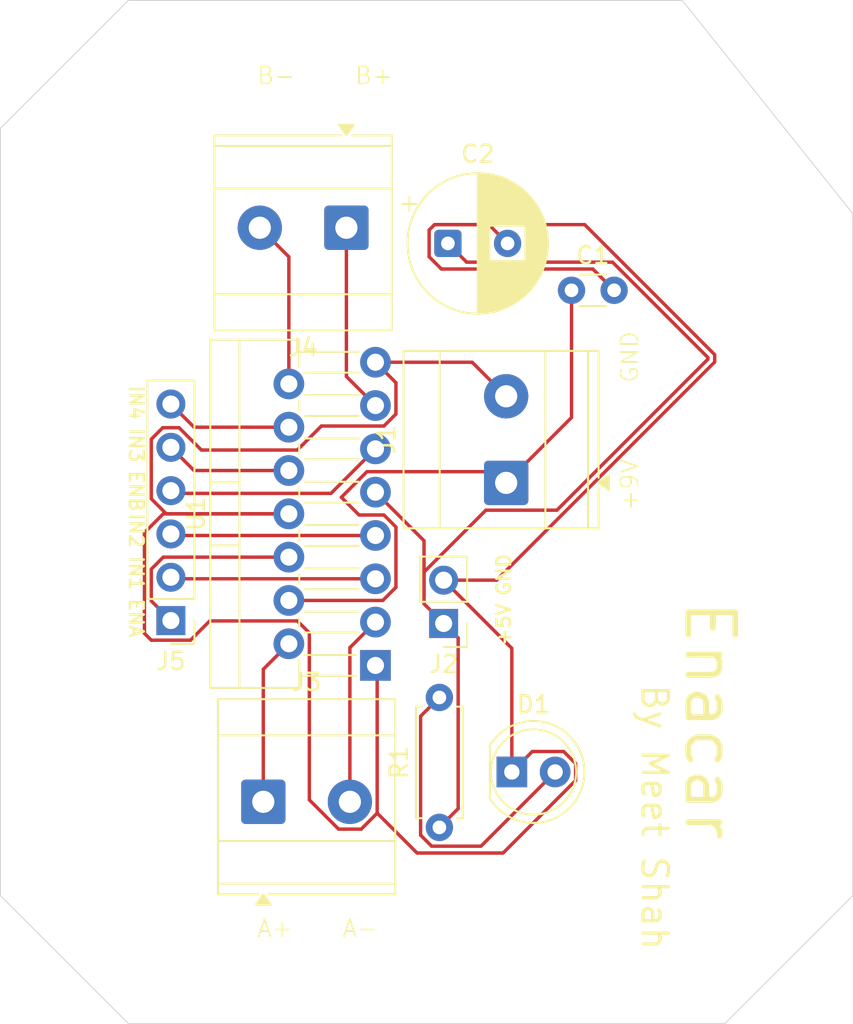
<source format=kicad_pcb>
(kicad_pcb (version 20241229) (generator "pcbnew") (generator_version "9.0")
  (layers (0 "F.Cu" signal) (2 "B.Cu" signal) (13 "F.Paste" user) (15 "B.Paste" user) (5 "F.SilkS" user "F.Silkscreen") (7 "B.SilkS" user "B.Silkscreen") (1 "F.Mask" user) (3 "B.Mask" user) (25 "Edge.Cuts" user))
  (net 0 "")
  (net 1 "/GND")
  (net 2 "/+5V")
  (net 3 "Net-(D1-A)")
  (net 4 "/Motor_A-")
  (net 5 "/Motor_A+")
  (net 6 "/Motor_B+")
  (net 7 "/Motor_B-")
  (net 8 "/IN1")
  (net 9 "/ENA")
  (net 10 "/ENB")
  (net 11 "/IN3")
  (net 12 "/IN2")
  (net 13 "/IN4")
  (net 14 "/+9V")
  (footprint "LED_THT:LED_D5.0mm" (layer "F.Cu") (at 80 90.25)
    (property "Reference" "D1" (at 1.27 -3.96 0) (layer "F.SilkS"))
    (property "Value" "LED")
    (fp_line (start -1.29 -1.545) (end -1.29 1.545) (stroke (width 0.12)) (layer "F.SilkS"))
    (fp_arc (start -1.29 -1.54483) (mid 2.071779 -2.880495) (end 4.26 0) (stroke (width 0.12)) (layer "F.SilkS"))
    (fp_arc (start 4.26 0) (mid 2.071779 2.880495) (end -1.29 1.54483) (stroke (width 0.12)) (layer "F.SilkS"))
    (fp_circle (center 1.27 0) (end 3.77 0) (stroke (width 0.12)) (fill no) (layer "F.SilkS"))
    (pad "1" thru_hole rect (at 0 0) (size 1.8 1.8) (drill 0.9) (layers "*.Cu" "*.Mask") (net 1 "/GND"))
    (pad "2" thru_hole circle (at 2.54 0) (size 1.8 1.8) (drill 0.9) (layers "*.Cu" "*.Mask") (net 3 "Net-(D1-A)"))
  )
  (footprint "Package_TO_SOT_THT:TO-220-15_P2.54x5.08mm_StaggerOdd_Lead4.58mm_Vertical" (layer "F.Cu") (at 72 84 90)
    (property "Reference" "U1" (at 8.89 -10.53 90) (layer "F.SilkS"))
    (property "Value" "L298N")
    (fp_line (start 19.1 -9.69) (end 19.1 -4.47) (stroke (width 0.12)) (layer "F.SilkS"))
    (fp_line (start 10.74 -9.69) (end 10.74 -7.98) (stroke (width 0.12)) (layer "F.SilkS"))
    (fp_line (start 7.04 -9.69) (end 7.04 -7.98) (stroke (width 0.12)) (layer "F.SilkS"))
    (fp_line (start -1.32 -9.69) (end 19.1 -9.69) (stroke (width 0.12)) (layer "F.SilkS"))
    (fp_line (start -1.32 -7.98) (end 19.1 -7.98) (stroke (width 0.12)) (layer "F.SilkS"))
    (fp_line (start 19.1 -4.47) (end 17.497 -4.47) (stroke (width 0.12)) (layer "F.SilkS"))
    (fp_line (start 18.39 -4.47) (end 18.39 -0.987) (stroke (width 0.12)) (layer "F.SilkS"))
    (fp_line (start 15.523 -4.47) (end 14.957 -4.47) (stroke (width 0.12)) (layer "F.SilkS"))
    (fp_line (start 12.983 -4.47) (end 12.417 -4.47) (stroke (width 0.12)) (layer "F.SilkS"))
    (fp_line (start 10.443 -4.47) (end 9.877 -4.47) (stroke (width 0.12)) (layer "F.SilkS"))
    (fp_line (start 7.903 -4.47) (end 7.337 -4.47) (stroke (width 0.12)) (layer "F.SilkS"))
    (fp_line (start 5.363 -4.47) (end 4.797 -4.47) (stroke (width 0.12)) (layer "F.SilkS"))
    (fp_line (start 2.823 -4.47) (end 2.257 -4.47) (stroke (width 0.12)) (layer "F.SilkS"))
    (fp_line (start 0.283 -4.47) (end -1.32 -4.47) (stroke (width 0.12)) (layer "F.SilkS"))
    (fp_line (start -0.61 -4.47) (end -0.61 -1.16) (stroke (width 0.12)) (layer "F.SilkS"))
    (fp_line (start -1.32 -4.47) (end -1.32 -9.69) (stroke (width 0.12)) (layer "F.SilkS"))
    (fp_line (start 17.17 -4.126) (end 17.17 -0.987) (stroke (width 0.12)) (layer "F.SilkS"))
    (fp_line (start 15.85 -4.126) (end 15.85 -0.987) (stroke (width 0.12)) (layer "F.SilkS"))
    (fp_line (start 14.63 -4.126) (end 14.63 -0.987) (stroke (width 0.12)) (layer "F.SilkS"))
    (fp_line (start 13.31 -4.126) (end 13.31 -0.987) (stroke (width 0.12)) (layer "F.SilkS"))
    (fp_line (start 12.09 -4.126) (end 12.09 -0.987) (stroke (width 0.12)) (layer "F.SilkS"))
    (fp_line (start 10.77 -4.126) (end 10.77 -0.987) (stroke (width 0.12)) (layer "F.SilkS"))
    (fp_line (start 9.55 -4.126) (end 9.55 -0.987) (stroke (width 0.12)) (layer "F.SilkS"))
    (fp_line (start 8.23 -4.126) (end 8.23 -0.987) (stroke (width 0.12)) (layer "F.SilkS"))
    (fp_line (start 7.01 -4.126) (end 7.01 -0.987) (stroke (width 0.12)) (layer "F.SilkS"))
    (fp_line (start 5.69 -4.126) (end 5.69 -0.987) (stroke (width 0.12)) (layer "F.SilkS"))
    (fp_line (start 4.47 -4.126) (end 4.47 -0.987) (stroke (width 0.12)) (layer "F.SilkS"))
    (fp_line (start 3.15 -4.126) (end 3.15 -0.987) (stroke (width 0.12)) (layer "F.SilkS"))
    (fp_line (start 1.93 -4.126) (end 1.93 -0.987) (stroke (width 0.12)) (layer "F.SilkS"))
    (fp_line (start 0.61 -4.126) (end 0.61 -1.16) (stroke (width 0.12)) (layer "F.SilkS"))
    (pad "1" thru_hole rect (at 0 0 90) (size 1.8 1.8) (drill 1) (layers "*.Cu" "*.Mask") (net 1 "/GND"))
    (pad "2" thru_hole circle (at 1.27 -5.08 90) (size 1.8 1.8) (drill 1) (layers "*.Cu" "*.Mask") (net 5 "/Motor_A+"))
    (pad "3" thru_hole circle (at 2.54 0 90) (size 1.8 1.8) (drill 1) (layers "*.Cu" "*.Mask") (net 4 "/Motor_A-"))
    (pad "4" thru_hole circle (at 3.81 -5.08 90) (size 1.8 1.8) (drill 1) (layers "*.Cu" "*.Mask") (net 14 "/+9V"))
    (pad "5" thru_hole circle (at 5.08 0 90) (size 1.8 1.8) (drill 1) (layers "*.Cu" "*.Mask") (net 8 "/IN1"))
    (pad "6" thru_hole circle (at 6.35 -5.08 90) (size 1.8 1.8) (drill 1) (layers "*.Cu" "*.Mask") (net 9 "/ENA"))
    (pad "7" thru_hole circle (at 7.62 0 90) (size 1.8 1.8) (drill 1) (layers "*.Cu" "*.Mask") (net 12 "/IN2"))
    (pad "8" thru_hole circle (at 8.89 -5.08 90) (size 1.8 1.8) (drill 1) (layers "*.Cu" "*.Mask") (net 1 "/GND"))
    (pad "9" thru_hole circle (at 10.16 0 90) (size 1.8 1.8) (drill 1) (layers "*.Cu" "*.Mask") (net 2 "/+5V"))
    (pad "10" thru_hole circle (at 11.43 -5.08 90) (size 1.8 1.8) (drill 1) (layers "*.Cu" "*.Mask") (net 11 "/IN3"))
    (pad "11" thru_hole circle (at 12.7 0 90) (size 1.8 1.8) (drill 1) (layers "*.Cu" "*.Mask") (net 10 "/ENB"))
    (pad "12" thru_hole circle (at 13.97 -5.08 90) (size 1.8 1.8) (drill 1) (layers "*.Cu" "*.Mask") (net 13 "/IN4"))
    (pad "13" thru_hole circle (at 15.24 0 90) (size 1.8 1.8) (drill 1) (layers "*.Cu" "*.Mask") (net 6 "/Motor_B+"))
    (pad "14" thru_hole circle (at 16.51 -5.08 90) (size 1.8 1.8) (drill 1) (layers "*.Cu" "*.Mask") (net 7 "/Motor_B-"))
    (pad "15" thru_hole circle (at 17.78 0 90) (size 1.8 1.8) (drill 1) (layers "*.Cu" "*.Mask") (net 1 "/GND"))
  )
  (footprint "TerminalBlock_Phoenix:TerminalBlock_Phoenix_MKDS-3-2-5.08_1x02_P5.08mm_Horizontal" (layer "F.Cu") (at 70.295 58.3325 180)
    (property "Reference" "J4" (at 2.54 -7.02 0) (layer "F.SilkS"))
    (property "Value" "Screw_Terminal_01x02")
    (fp_line (start 7.74 5.42) (end 0.3 5.42) (stroke (width 0.12)) (layer "F.SilkS"))
    (fp_line (start 7.74 -6.02) (end 7.74 5.42) (stroke (width 0.12)) (layer "F.SilkS"))
    (fp_line (start -0.3 5.42) (end -2.66 5.42) (stroke (width 0.12)) (layer "F.SilkS"))
    (fp_line (start -2.66 5.42) (end -2.66 -6.02) (stroke (width 0.12)) (layer "F.SilkS"))
    (fp_line (start -2.66 4.8) (end 7.74 4.8) (stroke (width 0.12)) (layer "F.SilkS"))
    (fp_line (start -2.66 2.3) (end 7.74 2.3) (stroke (width 0.12)) (layer "F.SilkS"))
    (fp_line (start -2.66 -3.9) (end 7.74 -3.9) (stroke (width 0.12)) (layer "F.SilkS"))
    (fp_line (start -2.66 -6.02) (end 7.74 -6.02) (stroke (width 0.12)) (layer "F.SilkS"))
    (fp_poly (pts (xy 0 5.42) (xy 0.44 6.03) (xy -0.44 6.03)) (stroke (width 0.12)) (fill yes) (layer "F.SilkS"))
    (pad "1" thru_hole roundrect (at 0 0 180) (size 2.6 2.6) (drill 1.3) (layers "*.Cu" "*.Mask") (roundrect_rratio 0.096154) (net 6 "/Motor_B+"))
    (pad "2" thru_hole circle (at 5.08 0 180) (size 2.6 2.6) (drill 1.3) (layers "*.Cu" "*.Mask") (net 7 "/Motor_B-"))
  )
  (footprint "Resistor_THT:R_Axial_DIN0207_L6.3mm_D2.5mm_P7.62mm_Horizontal" (layer "F.Cu") (at 75.75 93.5 90)
    (property "Reference" "R1" (at 3.81 -2.37 90) (layer "F.SilkS"))
    (property "Value" "3.3K")
    (fp_line (start 7.08 -1.37) (end 7.08 -1.04) (stroke (width 0.12)) (layer "F.SilkS"))
    (fp_line (start 0.54 -1.37) (end 7.08 -1.37) (stroke (width 0.12)) (layer "F.SilkS"))
    (fp_line (start 0.54 -1.04) (end 0.54 -1.37) (stroke (width 0.12)) (layer "F.SilkS"))
    (fp_line (start 0.54 1.04) (end 0.54 1.37) (stroke (width 0.12)) (layer "F.SilkS"))
    (fp_line (start 7.08 1.37) (end 7.08 1.04) (stroke (width 0.12)) (layer "F.SilkS"))
    (fp_line (start 0.54 1.37) (end 7.08 1.37) (stroke (width 0.12)) (layer "F.SilkS"))
    (pad "1" thru_hole circle (at 0 0 90) (size 1.6 1.6) (drill 0.8) (layers "*.Cu" "*.Mask") (net 2 "/+5V"))
    (pad "2" thru_hole circle (at 7.62 0 90) (size 1.6 1.6) (drill 0.8) (layers "*.Cu" "*.Mask") (net 3 "Net-(D1-A)"))
  )
  (footprint "Connector_PinHeader_2.54mm:PinHeader_1x02_P2.54mm_Vertical" (layer "F.Cu") (at 76 81.54 180)
    (property "Reference" "J2" (at 0 -2.38 0) (layer "F.SilkS"))
    (property "Value" "Conn_01x02_Pin")
    (fp_line (start 1.38 1.27) (end 1.38 3.92) (stroke (width 0.12)) (layer "F.SilkS"))
    (fp_line (start -1.38 3.92) (end 1.38 3.92) (stroke (width 0.12)) (layer "F.SilkS"))
    (fp_line (start -1.38 1.27) (end 1.38 1.27) (stroke (width 0.12)) (layer "F.SilkS"))
    (fp_line (start -1.38 1.27) (end -1.38 3.92) (stroke (width 0.12)) (layer "F.SilkS"))
    (fp_line (start -1.38 0) (end -1.38 -1.38) (stroke (width 0.12)) (layer "F.SilkS"))
    (fp_line (start -1.38 -1.38) (end 0 -1.38) (stroke (width 0.12)) (layer "F.SilkS"))
    (pad "1" thru_hole rect (at 0 0 180) (size 1.7 1.7) (drill 1) (layers "*.Cu" "*.Mask") (net 2 "/+5V"))
    (pad "2" thru_hole circle (at 0 2.54 180) (size 1.7 1.7) (drill 1) (layers "*.Cu" "*.Mask") (net 1 "/GND"))
  )
  (footprint "Capacitor_THT:CP_Radial_D8.0mm_P3.50mm" (layer "F.Cu") (at 76.25 59.25)
    (property "Reference" "C2" (at 1.75 -5.25 0) (layer "F.SilkS"))
    (property "Value" "0.1U")
    (fp_line (start -2.659698 -2.315) (end -1.859698 -2.315) (stroke (width 0.12)) (layer "F.SilkS"))
    (fp_line (start -2.259698 -2.715) (end -2.259698 -1.915) (stroke (width 0.12)) (layer "F.SilkS"))
    (fp_line (start 1.75 -4.08) (end 1.75 4.08) (stroke (width 0.12)) (layer "F.SilkS"))
    (fp_line (start 1.79 -4.08) (end 1.79 4.08) (stroke (width 0.12)) (layer "F.SilkS"))
    (fp_line (start 1.83 -4.079) (end 1.83 4.079) (stroke (width 0.12)) (layer "F.SilkS"))
    (fp_line (start 1.87 -4.078) (end 1.87 4.078) (stroke (width 0.12)) (layer "F.SilkS"))
    (fp_line (start 1.91 -4.077) (end 1.91 4.077) (stroke (width 0.12)) (layer "F.SilkS"))
    (fp_line (start 1.95 -4.075) (end 1.95 4.075) (stroke (width 0.12)) (layer "F.SilkS"))
    (fp_line (start 1.99 -4.073) (end 1.99 4.073) (stroke (width 0.12)) (layer "F.SilkS"))
    (fp_line (start 2.03 -4.07) (end 2.03 4.07) (stroke (width 0.12)) (layer "F.SilkS"))
    (fp_line (start 2.07 -4.068) (end 2.07 4.068) (stroke (width 0.12)) (layer "F.SilkS"))
    (fp_line (start 2.11 -4.064) (end 2.11 4.064) (stroke (width 0.12)) (layer "F.SilkS"))
    (fp_line (start 2.15 -4.061) (end 2.15 4.061) (stroke (width 0.12)) (layer "F.SilkS"))
    (fp_line (start 2.19 -4.056) (end 2.19 4.056) (stroke (width 0.12)) (layer "F.SilkS"))
    (fp_line (start 2.23 -4.052) (end 2.23 4.052) (stroke (width 0.12)) (layer "F.SilkS"))
    (fp_line (start 2.27 -4.047) (end 2.27 4.047) (stroke (width 0.12)) (layer "F.SilkS"))
    (fp_line (start 2.31 -4.042) (end 2.31 4.042) (stroke (width 0.12)) (layer "F.SilkS"))
    (fp_line (start 2.35 -4.036) (end 2.35 4.036) (stroke (width 0.12)) (layer "F.SilkS"))
    (fp_line (start 2.39 -4.03) (end 2.39 4.03) (stroke (width 0.12)) (layer "F.SilkS"))
    (fp_line (start 2.43 -4.023) (end 2.43 4.023) (stroke (width 0.12)) (layer "F.SilkS"))
    (fp_line (start 2.47 -4.017) (end 2.47 -1.04) (stroke (width 0.12)) (layer "F.SilkS"))
    (fp_line (start 2.47 1.04) (end 2.47 4.017) (stroke (width 0.12)) (layer "F.SilkS"))
    (fp_line (start 2.51 -4.009) (end 2.51 -1.04) (stroke (width 0.12)) (layer "F.SilkS"))
    (fp_line (start 2.51 1.04) (end 2.51 4.009) (stroke (width 0.12)) (layer "F.SilkS"))
    (fp_line (start 2.55 -4.002) (end 2.55 -1.04) (stroke (width 0.12)) (layer "F.SilkS"))
    (fp_line (start 2.55 1.04) (end 2.55 4.002) (stroke (width 0.12)) (layer "F.SilkS"))
    (fp_line (start 2.59 -3.993) (end 2.59 -1.04) (stroke (width 0.12)) (layer "F.SilkS"))
    (fp_line (start 2.59 1.04) (end 2.59 3.993) (stroke (width 0.12)) (layer "F.SilkS"))
    (fp_line (start 2.63 -3.985) (end 2.63 -1.04) (stroke (width 0.12)) (layer "F.SilkS"))
    (fp_line (start 2.63 1.04) (end 2.63 3.985) (stroke (width 0.12)) (layer "F.SilkS"))
    (fp_line (start 2.67 -3.976) (end 2.67 -1.04) (stroke (width 0.12)) (layer "F.SilkS"))
    (fp_line (start 2.67 1.04) (end 2.67 3.976) (stroke (width 0.12)) (layer "F.SilkS"))
    (fp_line (start 2.71 -3.967) (end 2.71 -1.04) (stroke (width 0.12)) (layer "F.SilkS"))
    (fp_line (start 2.71 1.04) (end 2.71 3.967) (stroke (width 0.12)) (layer "F.SilkS"))
    (fp_line (start 2.75 -3.957) (end 2.75 -1.04) (stroke (width 0.12)) (layer "F.SilkS"))
    (fp_line (start 2.75 1.04) (end 2.75 3.957) (stroke (width 0.12)) (layer "F.SilkS"))
    (fp_line (start 2.79 -3.947) (end 2.79 -1.04) (stroke (width 0.12)) (layer "F.SilkS"))
    (fp_line (start 2.79 1.04) (end 2.79 3.947) (stroke (width 0.12)) (layer "F.SilkS"))
    (fp_line (start 2.83 -3.936) (end 2.83 -1.04) (stroke (width 0.12)) (layer "F.SilkS"))
    (fp_line (start 2.83 1.04) (end 2.83 3.936) (stroke (width 0.12)) (layer "F.SilkS"))
    (fp_line (start 2.87 -3.925) (end 2.87 -1.04) (stroke (width 0.12)) (layer "F.SilkS"))
    (fp_line (start 2.87 1.04) (end 2.87 3.925) (stroke (width 0.12)) (layer "F.SilkS"))
    (fp_line (start 2.91 -3.913) (end 2.91 -1.04) (stroke (width 0.12)) (layer "F.SilkS"))
    (fp_line (start 2.91 1.04) (end 2.91 3.913) (stroke (width 0.12)) (layer "F.SilkS"))
    (fp_line (start 2.95 -3.901) (end 2.95 -1.04) (stroke (width 0.12)) (layer "F.SilkS"))
    (fp_line (start 2.95 1.04) (end 2.95 3.901) (stroke (width 0.12)) (layer "F.SilkS"))
    (fp_line (start 2.99 -3.889) (end 2.99 -1.04) (stroke (width 0.12)) (layer "F.SilkS"))
    (fp_line (start 2.99 1.04) (end 2.99 3.889) (stroke (width 0.12)) (layer "F.SilkS"))
    (fp_line (start 3.03 -3.876) (end 3.03 -1.04) (stroke (width 0.12)) (layer "F.SilkS"))
    (fp_line (start 3.03 1.04) (end 3.03 3.876) (stroke (width 0.12)) (layer "F.SilkS"))
    (fp_line (start 3.07 -3.863) (end 3.07 -1.04) (stroke (width 0.12)) (layer "F.SilkS"))
    (fp_line (start 3.07 1.04) (end 3.07 3.863) (stroke (width 0.12)) (layer "F.SilkS"))
    (fp_line (start 3.11 -3.849) (end 3.11 -1.04) (stroke (width 0.12)) (layer "F.SilkS"))
    (fp_line (start 3.11 1.04) (end 3.11 3.849) (stroke (width 0.12)) (layer "F.SilkS"))
    (fp_line (start 3.15 -3.835) (end 3.15 -1.04) (stroke (width 0.12)) (layer "F.SilkS"))
    (fp_line (start 3.15 1.04) (end 3.15 3.835) (stroke (width 0.12)) (layer "F.SilkS"))
    (fp_line (start 3.19 -3.82) (end 3.19 -1.04) (stroke (width 0.12)) (layer "F.SilkS"))
    (fp_line (start 3.19 1.04) (end 3.19 3.82) (stroke (width 0.12)) (layer "F.SilkS"))
    (fp_line (start 3.23 -3.805) (end 3.23 -1.04) (stroke (width 0.12)) (layer "F.SilkS"))
    (fp_line (start 3.23 1.04) (end 3.23 3.805) (stroke (width 0.12)) (layer "F.SilkS"))
    (fp_line (start 3.27 -3.789) (end 3.27 -1.04) (stroke (width 0.12)) (layer "F.SilkS"))
    (fp_line (start 3.27 1.04) (end 3.27 3.789) (stroke (width 0.12)) (layer "F.SilkS"))
    (fp_line (start 3.31 -3.773) (end 3.31 -1.04) (stroke (width 0.12)) (layer "F.SilkS"))
    (fp_line (start 3.31 1.04) (end 3.31 3.773) (stroke (width 0.12)) (layer "F.SilkS"))
    (fp_line (start 3.35 -3.757) (end 3.35 -1.04) (stroke (width 0.12)) (layer "F.SilkS"))
    (fp_line (start 3.35 1.04) (end 3.35 3.757) (stroke (width 0.12)) (layer "F.SilkS"))
    (fp_line (start 3.39 -3.74) (end 3.39 -1.04) (stroke (width 0.12)) (layer "F.SilkS"))
    (fp_line (start 3.39 1.04) (end 3.39 3.74) (stroke (width 0.12)) (layer "F.SilkS"))
    (fp_line (start 3.43 -3.722) (end 3.43 -1.04) (stroke (width 0.12)) (layer "F.SilkS"))
    (fp_line (start 3.43 1.04) (end 3.43 3.722) (stroke (width 0.12)) (layer "F.SilkS"))
    (fp_line (start 3.47 -3.704) (end 3.47 -1.04) (stroke (width 0.12)) (layer "F.SilkS"))
    (fp_line (start 3.47 1.04) (end 3.47 3.704) (stroke (width 0.12)) (layer "F.SilkS"))
    (fp_line (start 3.51 -3.685) (end 3.51 -1.04) (stroke (width 0.12)) (layer "F.SilkS"))
    (fp_line (start 3.51 1.04) (end 3.51 3.685) (stroke (width 0.12)) (layer "F.SilkS"))
    (fp_line (start 3.55 -3.666) (end 3.55 -1.04) (stroke (width 0.12)) (layer "F.SilkS"))
    (fp_line (start 3.55 1.04) (end 3.55 3.666) (stroke (width 0.12)) (layer "F.SilkS"))
    (fp_line (start 3.59 -3.646) (end 3.59 -1.04) (stroke (width 0.12)) (layer "F.SilkS"))
    (fp_line (start 3.59 1.04) (end 3.59 3.646) (stroke (width 0.12)) (layer "F.SilkS"))
    (fp_line (start 3.63 -3.626) (end 3.63 -1.04) (stroke (width 0.12)) (layer "F.SilkS"))
    (fp_line (start 3.63 1.04) (end 3.63 3.626) (stroke (width 0.12)) (layer "F.SilkS"))
    (fp_line (start 3.67 -3.605) (end 3.67 -1.04) (stroke (width 0.12)) (layer "F.SilkS"))
    (fp_line (start 3.67 1.04) (end 3.67 3.605) (stroke (width 0.12)) (layer "F.SilkS"))
    (fp_line (start 3.71 -3.584) (end 3.71 -1.04) (stroke (width 0.12)) (layer "F.SilkS"))
    (fp_line (start 3.71 1.04) (end 3.71 3.584) (stroke (width 0.12)) (layer "F.SilkS"))
    (fp_line (start 3.75 -3.562) (end 3.75 -1.04) (stroke (width 0.12)) (layer "F.SilkS"))
    (fp_line (start 3.75 1.04) (end 3.75 3.562) (stroke (width 0.12)) (layer "F.SilkS"))
    (fp_line (start 3.79 -3.539) (end 3.79 -1.04) (stroke (width 0.12)) (layer "F.SilkS"))
    (fp_line (start 3.79 1.04) (end 3.79 3.539) (stroke (width 0.12)) (layer "F.SilkS"))
    (fp_line (start 3.83 -3.516) (end 3.83 -1.04) (stroke (width 0.12)) (layer "F.SilkS"))
    (fp_line (start 3.83 1.04) (end 3.83 3.516) (stroke (width 0.12)) (layer "F.SilkS"))
    (fp_line (start 3.87 -3.493) (end 3.87 -1.04) (stroke (width 0.12)) (layer "F.SilkS"))
    (fp_line (start 3.87 1.04) (end 3.87 3.493) (stroke (width 0.12)) (layer "F.SilkS"))
    (fp_line (start 3.91 -3.468) (end 3.91 -1.04) (stroke (width 0.12)) (layer "F.SilkS"))
    (fp_line (start 3.91 1.04) (end 3.91 3.468) (stroke (width 0.12)) (layer "F.SilkS"))
    (fp_line (start 3.95 -3.443) (end 3.95 -1.04) (stroke (width 0.12)) (layer "F.SilkS"))
    (fp_line (start 3.95 1.04) (end 3.95 3.443) (stroke (width 0.12)) (layer "F.SilkS"))
    (fp_line (start 3.99 -3.418) (end 3.99 -1.04) (stroke (width 0.12)) (layer "F.SilkS"))
    (fp_line (start 3.99 1.04) (end 3.99 3.418) (stroke (width 0.12)) (layer "F.SilkS"))
    (fp_line (start 4.03 -3.392) (end 4.03 -1.04) (stroke (width 0.12)) (layer "F.SilkS"))
    (fp_line (start 4.03 1.04) (end 4.03 3.392) (stroke (width 0.12)) (layer "F.SilkS"))
    (fp_line (start 4.07 -3.365) (end 4.07 -1.04) (stroke (width 0.12)) (layer "F.SilkS"))
    (fp_line (start 4.07 1.04) (end 4.07 3.365) (stroke (width 0.12)) (layer "F.SilkS"))
    (fp_line (start 4.11 -3.337) (end 4.11 -1.04) (stroke (width 0.12)) (layer "F.SilkS"))
    (fp_line (start 4.11 1.04) (end 4.11 3.337) (stroke (width 0.12)) (layer "F.SilkS"))
    (fp_line (start 4.15 -3.309) (end 4.15 -1.04) (stroke (width 0.12)) (layer "F.SilkS"))
    (fp_line (start 4.15 1.04) (end 4.15 3.309) (stroke (width 0.12)) (layer "F.SilkS"))
    (fp_line (start 4.19 -3.28) (end 4.19 -1.04) (stroke (width 0.12)) (layer "F.SilkS"))
    (fp_line (start 4.19 1.04) (end 4.19 3.28) (stroke (width 0.12)) (layer "F.SilkS"))
    (fp_line (start 4.23 -3.25) (end 4.23 -1.04) (stroke (width 0.12)) (layer "F.SilkS"))
    (fp_line (start 4.23 1.04) (end 4.23 3.25) (stroke (width 0.12)) (layer "F.SilkS"))
    (fp_line (start 4.27 -3.219) (end 4.27 -1.04) (stroke (width 0.12)) (layer "F.SilkS"))
    (fp_line (start 4.27 1.04) (end 4.27 3.219) (stroke (width 0.12)) (layer "F.SilkS"))
    (fp_line (start 4.31 -3.188) (end 4.31 -1.04) (stroke (width 0.12)) (layer "F.SilkS"))
    (fp_line (start 4.31 1.04) (end 4.31 3.188) (stroke (width 0.12)) (layer "F.SilkS"))
    (fp_line (start 4.35 -3.156) (end 4.35 -1.04) (stroke (width 0.12)) (layer "F.SilkS"))
    (fp_line (start 4.35 1.04) (end 4.35 3.156) (stroke (width 0.12)) (layer "F.SilkS"))
    (fp_line (start 4.39 -3.123) (end 4.39 -1.04) (stroke (width 0.12)) (layer "F.SilkS"))
    (fp_line (start 4.39 1.04) (end 4.39 3.123) (stroke (width 0.12)) (layer "F.SilkS"))
    (fp_line (start 4.43 -3.089) (end 4.43 -1.04) (stroke (width 0.12)) (layer "F.SilkS"))
    (fp_line (start 4.43 1.04) (end 4.43 3.089) (stroke (width 0.12)) (layer "F.SilkS"))
    (fp_line (start 4.47 -3.055) (end 4.47 -1.04) (stroke (width 0.12)) (layer "F.SilkS"))
    (fp_line (start 4.47 1.04) (end 4.47 3.055) (stroke (width 0.12)) (layer "F.SilkS"))
    (fp_line (start 4.51 -3.019) (end 4.51 -1.04) (stroke (width 0.12)) (layer "F.SilkS"))
    (fp_line (start 4.51 1.04) (end 4.51 3.019) (stroke (width 0.12)) (layer "F.SilkS"))
    (fp_line (start 4.55 -2.982) (end 4.55 2.982) (stroke (width 0.12)) (layer "F.SilkS"))
    (fp_line (start 4.59 -2.945) (end 4.59 2.945) (stroke (width 0.12)) (layer "F.SilkS"))
    (fp_line (start 4.63 -2.906) (end 4.63 2.906) (stroke (width 0.12)) (layer "F.SilkS"))
    (fp_line (start 4.67 -2.867) (end 4.67 2.867) (stroke (width 0.12)) (layer "F.SilkS"))
    (fp_line (start 4.71 -2.826) (end 4.71 2.826) (stroke (width 0.12)) (layer "F.SilkS"))
    (fp_line (start 4.75 -2.784) (end 4.75 2.784) (stroke (width 0.12)) (layer "F.SilkS"))
    (fp_line (start 4.79 -2.741) (end 4.79 2.741) (stroke (width 0.12)) (layer "F.SilkS"))
    (fp_line (start 4.83 -2.696) (end 4.83 2.696) (stroke (width 0.12)) (layer "F.SilkS"))
    (fp_line (start 4.87 -2.651) (end 4.87 2.651) (stroke (width 0.12)) (layer "F.SilkS"))
    (fp_line (start 4.91 -2.604) (end 4.91 2.604) (stroke (width 0.12)) (layer "F.SilkS"))
    (fp_line (start 4.95 -2.555) (end 4.95 2.555) (stroke (width 0.12)) (layer "F.SilkS"))
    (fp_line (start 4.99 -2.505) (end 4.99 2.505) (stroke (width 0.12)) (layer "F.SilkS"))
    (fp_line (start 5.03 -2.453) (end 5.03 2.453) (stroke (width 0.12)) (layer "F.SilkS"))
    (fp_line (start 5.07 -2.4) (end 5.07 2.4) (stroke (width 0.12)) (layer "F.SilkS"))
    (fp_line (start 5.11 -2.344) (end 5.11 2.344) (stroke (width 0.12)) (layer "F.SilkS"))
    (fp_line (start 5.15 -2.287) (end 5.15 2.287) (stroke (width 0.12)) (layer "F.SilkS"))
    (fp_line (start 5.19 -2.227) (end 5.19 2.227) (stroke (width 0.12)) (layer "F.SilkS"))
    (fp_line (start 5.23 -2.165) (end 5.23 2.165) (stroke (width 0.12)) (layer "F.SilkS"))
    (fp_line (start 5.27 -2.101) (end 5.27 2.101) (stroke (width 0.12)) (layer "F.SilkS"))
    (fp_line (start 5.31 -2.034) (end 5.31 2.034) (stroke (width 0.12)) (layer "F.SilkS"))
    (fp_line (start 5.35 -1.964) (end 5.35 1.964) (stroke (width 0.12)) (layer "F.SilkS"))
    (fp_line (start 5.39 -1.89) (end 5.39 1.89) (stroke (width 0.12)) (layer "F.SilkS"))
    (fp_line (start 5.43 -1.813) (end 5.43 1.813) (stroke (width 0.12)) (layer "F.SilkS"))
    (fp_line (start 5.47 -1.731) (end 5.47 1.731) (stroke (width 0.12)) (layer "F.SilkS"))
    (fp_line (start 5.51 -1.644) (end 5.51 1.644) (stroke (width 0.12)) (layer "F.SilkS"))
    (fp_line (start 5.55 -1.552) (end 5.55 1.552) (stroke (width 0.12)) (layer "F.SilkS"))
    (fp_line (start 5.59 -1.453) (end 5.59 1.453) (stroke (width 0.12)) (layer "F.SilkS"))
    (fp_line (start 5.63 -1.346) (end 5.63 1.346) (stroke (width 0.12)) (layer "F.SilkS"))
    (fp_line (start 5.67 -1.228) (end 5.67 1.228) (stroke (width 0.12)) (layer "F.SilkS"))
    (fp_line (start 5.71 -1.097) (end 5.71 1.097) (stroke (width 0.12)) (layer "F.SilkS"))
    (fp_line (start 5.75 -0.947) (end 5.75 0.947) (stroke (width 0.12)) (layer "F.SilkS"))
    (fp_line (start 5.79 -0.768) (end 5.79 0.768) (stroke (width 0.12)) (layer "F.SilkS"))
    (fp_line (start 5.83 -0.533) (end 5.83 0.533) (stroke (width 0.12)) (layer "F.SilkS"))
    (fp_circle (center 1.75 0) (end 5.87 0) (stroke (width 0.12)) (fill no) (layer "F.SilkS"))
    (pad "1" thru_hole roundrect (at 0 0) (size 1.6 1.6) (drill 0.8) (layers "*.Cu" "*.Mask") (roundrect_rratio 0.15625) (net 2 "/+5V"))
    (pad "2" thru_hole circle (at 3.5 0) (size 1.6 1.6) (drill 0.8) (layers "*.Cu" "*.Mask") (net 1 "/GND"))
  )
  (footprint "TerminalBlock_Phoenix:TerminalBlock_Phoenix_MKDS-3-2-5.08_1x02_P5.08mm_Horizontal" (layer "F.Cu") (at 65.42 92)
    (property "Reference" "J3" (at 2.54 -7.02 0) (layer "F.SilkS"))
    (property "Value" "Screw_Terminal_01x02")
    (fp_line (start -2.66 -6.02) (end 7.74 -6.02) (stroke (width 0.12)) (layer "F.SilkS"))
    (fp_line (start -2.66 -3.9) (end 7.74 -3.9) (stroke (width 0.12)) (layer "F.SilkS"))
    (fp_line (start -2.66 2.3) (end 7.74 2.3) (stroke (width 0.12)) (layer "F.SilkS"))
    (fp_line (start -2.66 4.8) (end 7.74 4.8) (stroke (width 0.12)) (layer "F.SilkS"))
    (fp_line (start -2.66 5.42) (end -2.66 -6.02) (stroke (width 0.12)) (layer "F.SilkS"))
    (fp_line (start -0.3 5.42) (end -2.66 5.42) (stroke (width 0.12)) (layer "F.SilkS"))
    (fp_line (start 7.74 -6.02) (end 7.74 5.42) (stroke (width 0.12)) (layer "F.SilkS"))
    (fp_line (start 7.74 5.42) (end 0.3 5.42) (stroke (width 0.12)) (layer "F.SilkS"))
    (fp_poly (pts (xy 0 5.42) (xy 0.44 6.03) (xy -0.44 6.03)) (stroke (width 0.12)) (fill yes) (layer "F.SilkS"))
    (pad "1" thru_hole roundrect (at 0 0) (size 2.6 2.6) (drill 1.3) (layers "*.Cu" "*.Mask") (roundrect_rratio 0.096154) (net 5 "/Motor_A+"))
    (pad "2" thru_hole circle (at 5.08 0) (size 2.6 2.6) (drill 1.3) (layers "*.Cu" "*.Mask") (net 4 "/Motor_A-"))
  )
  (footprint "Connector_PinHeader_2.54mm:PinHeader_1x06_P2.54mm_Vertical" (layer "F.Cu") (at 60 81.37 180)
    (property "Reference" "J5" (at 0 -2.38 0) (layer "F.SilkS"))
    (property "Value" "Conn_01x06_Pin")
    (fp_line (start 1.38 1.27) (end 1.38 14.08) (stroke (width 0.12)) (layer "F.SilkS"))
    (fp_line (start -1.38 14.08) (end 1.38 14.08) (stroke (width 0.12)) (layer "F.SilkS"))
    (fp_line (start -1.38 1.27) (end 1.38 1.27) (stroke (width 0.12)) (layer "F.SilkS"))
    (fp_line (start -1.38 1.27) (end -1.38 14.08) (stroke (width 0.12)) (layer "F.SilkS"))
    (fp_line (start -1.38 0) (end -1.38 -1.38) (stroke (width 0.12)) (layer "F.SilkS"))
    (fp_line (start -1.38 -1.38) (end 0 -1.38) (stroke (width 0.12)) (layer "F.SilkS"))
    (pad "1" thru_hole rect (at 0 0 180) (size 1.7 1.7) (drill 1) (layers "*.Cu" "*.Mask") (net 9 "/ENA"))
    (pad "2" thru_hole circle (at 0 2.54 180) (size 1.7 1.7) (drill 1) (layers "*.Cu" "*.Mask") (net 8 "/IN1"))
    (pad "3" thru_hole circle (at 0 5.08 180) (size 1.7 1.7) (drill 1) (layers "*.Cu" "*.Mask") (net 12 "/IN2"))
    (pad "4" thru_hole circle (at 0 7.62 180) (size 1.7 1.7) (drill 1) (layers "*.Cu" "*.Mask") (net 10 "/ENB"))
    (pad "5" thru_hole circle (at 0 10.16 180) (size 1.7 1.7) (drill 1) (layers "*.Cu" "*.Mask") (net 11 "/IN3"))
    (pad "6" thru_hole circle (at 0 12.7 180) (size 1.7 1.7) (drill 1) (layers "*.Cu" "*.Mask") (net 13 "/IN4"))
  )
  (footprint "Capacitor_THT:C_Disc_D3.0mm_W1.6mm_P2.50mm" (layer "F.Cu") (at 83.5 62)
    (property "Reference" "C1" (at 1.25 -2.05 0) (layer "F.SilkS"))
    (property "Value" "100U")
    (fp_line (start 0.485 -0.92) (end 2.015 -0.92) (stroke (width 0.12)) (layer "F.SilkS"))
    (fp_line (start 2.015 0.92) (end 0.485 0.92) (stroke (width 0.12)) (layer "F.SilkS"))
    (pad "1" thru_hole circle (at 0 0) (size 1.6 1.6) (drill 0.8) (layers "*.Cu" "*.Mask") (net 14 "/+9V"))
    (pad "2" thru_hole circle (at 2.5 0) (size 1.6 1.6) (drill 0.8) (layers "*.Cu" "*.Mask") (net 1 "/GND"))
  )
  (footprint "TerminalBlock_Phoenix:TerminalBlock_Phoenix_MKDS-3-2-5.08_1x02_P5.08mm_Horizontal" (layer "F.Cu") (at 79.6675 73.295 90)
    (property "Reference" "J1" (at 2.54 -7.02 90) (layer "F.SilkS"))
    (property "Value" "Screw_Terminal_01x02")
    (fp_line (start 7.74 -6.02) (end 7.74 5.42) (stroke (width 0.12)) (layer "F.SilkS"))
    (fp_line (start -2.66 -6.02) (end 7.74 -6.02) (stroke (width 0.12)) (layer "F.SilkS"))
    (fp_line (start -2.66 -3.9) (end 7.74 -3.9) (stroke (width 0.12)) (layer "F.SilkS"))
    (fp_line (start -2.66 2.3) (end 7.74 2.3) (stroke (width 0.12)) (layer "F.SilkS"))
    (fp_line (start -2.66 4.8) (end 7.74 4.8) (stroke (width 0.12)) (layer "F.SilkS"))
    (fp_line (start 7.74 5.42) (end 0.3 5.42) (stroke (width 0.12)) (layer "F.SilkS"))
    (fp_line (start -0.3 5.42) (end -2.66 5.42) (stroke (width 0.12)) (layer "F.SilkS"))
    (fp_line (start -2.66 5.42) (end -2.66 -6.02) (stroke (width 0.12)) (layer "F.SilkS"))
    (fp_poly (pts (xy 0 5.42) (xy 0.44 6.03) (xy -0.44 6.03)) (stroke (width 0.12)) (fill yes) (layer "F.SilkS"))
    (pad "1" thru_hole roundrect (at 0 0 90) (size 2.6 2.6) (drill 1.3) (layers "*.Cu" "*.Mask") (roundrect_rratio 0.096154) (net 14 "/+9V"))
    (pad "2" thru_hole circle (at 5.08 0 90) (size 2.6 2.6) (drill 1.3) (layers "*.Cu" "*.Mask") (net 1 "/GND"))
  )
  (gr_line (start 50 52.5) (end 57.5 45) (stroke (width 0.05)) (layer "Edge.Cuts"))
  (gr_line (start 90 45) (end 100 57.5) (stroke (width 0.05)) (layer "Edge.Cuts"))
  (gr_line (start 100 97.5) (end 92.5 105) (stroke (width 0.05)) (layer "Edge.Cuts"))
  (gr_line (start 57.5 105) (end 50 97.5) (stroke (width 0.05)) (layer "Edge.Cuts"))
  (gr_line (start 50 97.5) (end 50 52.5) (stroke (width 0.05)) (layer "Edge.Cuts"))
  (gr_line (start 92.5 105) (end 57.5 105) (stroke (width 0.05)) (layer "Edge.Cuts"))
  (gr_line (start 100 57.5) (end 100 97.5) (stroke (width 0.05)) (layer "Edge.Cuts"))
  (gr_line (start 57.5 45) (end 90 45) (stroke (width 0.05)) (layer "Edge.Cuts"))
  (gr_text "A-\n" (at 70 100 0) (layer "F.SilkS") (effects (font (size 1 1) (thickness 0.1)) (justify left bottom)))
  (gr_text "IN4" (at 57.5 67.5 270) (layer "F.SilkS") (effects (font (size 0.8 0.8) (thickness 0.15) (bold yes)) (justify left bottom)))
  (gr_text "GND" (at 87.5 67.5 90) (layer "F.SilkS") (effects (font (size 1 1) (thickness 0.1)) (justify left bottom)))
  (gr_text "By Meet Shah" (at 87.5 85 270) (layer "F.SilkS") (effects (font (size 1.5 1.5) (thickness 0.1875)) (justify left bottom)))
  (gr_text "IN2" (at 57.5 75 270) (layer "F.SilkS") (effects (font (size 0.8 0.8) (thickness 0.15) (bold yes)) (justify left bottom)))
  (gr_text "Enacar" (at 90 80 270) (layer "F.SilkS") (effects (font (size 2.75 2.75) (thickness 0.34375)) (justify left bottom)))
  (gr_text "IN1" (at 57.5 77.5 270) (layer "F.SilkS") (effects (font (size 0.8 0.8) (thickness 0.15) (bold yes)) (justify left bottom)))
  (gr_text "A+\n" (at 65 100 0) (layer "F.SilkS") (effects (font (size 1 1) (thickness 0.1)) (justify left bottom)))
  (gr_text "+9V" (at 87.5 75 90) (layer "F.SilkS") (effects (font (size 1 1) (thickness 0.1)) (justify left bottom)))
  (gr_text "B-\n" (at 65 50 0) (layer "F.SilkS") (effects (font (size 1 1) (thickness 0.1)) (justify left bottom)))
  (gr_text "B+" (at 70.735 50 0) (layer "F.SilkS") (effects (font (size 1 1) (thickness 0.1)) (justify left bottom)))
  (gr_text "ENA" (at 57.5 80 270) (layer "F.SilkS") (effects (font (size 0.8 0.8) (thickness 0.15) (bold yes)) (justify left bottom)))
  (gr_text "+5V" (at 80 82.92 90) (layer "F.SilkS") (effects (font (size 0.8 0.8) (thickness 0.15) (bold yes)) (justify left bottom)))
  (gr_text "IN3" (at 57.5 70 270) (layer "F.SilkS") (effects (font (size 0.8 0.8) (thickness 0.15) (bold yes)) (justify left bottom)))
  (gr_text "GND" (at 80 80 90) (layer "F.SilkS") (effects (font (size 0.8 0.8) (thickness 0.15) (bold yes)) (justify left bottom)))
  (gr_text "ENB" (at 57.5 72.5 270) (layer "F.SilkS") (effects (font (size 0.8 0.8) (thickness 0.15) (bold yes)) (justify left bottom)))
  (segment (start 75.46484 58.149) (end 78.649 58.149) (width 0.2) (layer "F.Cu") (net 1))
  (segment (start 80 90.25) (end 81.201 89.049) (width 0.2) (layer "F.Cu") (net 1))
  (segment (start 59.52324 70.059) (end 60.47676 70.059) (width 0.2) (layer "F.Cu") (net 1))
  (segment (start 58.448 82.12) (end 58.448 76.21424) (width 0.2) (layer "F.Cu") (net 1))
  (segment (start 60.47676 70.059) (end 61.78676 71.369) (width 0.2) (layer "F.Cu") (net 1))
  (segment (start 68.121 91.885156) (end 68.121 82.094529) (width 0.2) (layer "F.Cu") (net 1))
  (segment (start 83.741 90.747471) (end 79.486471 95.002) (width 0.2) (layer "F.Cu") (net 1))
  (segment (start 81.201 89.049) (end 83.037471 89.049) (width 0.2) (layer "F.Cu") (net 1))
  (segment (start 61.151 82.521) (end 58.849 82.521) (width 0.2) (layer "F.Cu") (net 1))
  (segment (start 74.439844 95.002) (end 72.101 92.663156) (width 0.2) (layer "F.Cu") (net 1))
  (segment (start 58.448 76.21424) (end 59.55224 75.11) (width 0.2) (layer "F.Cu") (net 1))
  (segment (start 73.201 69.257471) (end 73.201 67.421) (width 0.2) (layer "F.Cu") (net 1))
  (segment (start 76 79) (end 79.1071 79) (width 0.2) (layer "F.Cu") (net 1))
  (segment (start 72 84) (end 72.101 84.101) (width 0.2) (layer "F.Cu") (net 1))
  (segment (start 68.825471 69.961) (end 72.497471 69.961) (width 0.2) (layer "F.Cu") (net 1))
  (segment (start 77.6725 66.22) (end 72 66.22) (width 0.2) (layer "F.Cu") (net 1))
  (segment (start 68.121 82.094529) (end 67.417471 81.391) (width 0.2) (layer "F.Cu") (net 1))
  (segment (start 67.417471 71.369) (end 68.825471 69.961) (width 0.2) (layer "F.Cu") (net 1))
  (segment (start 79.486471 95.002) (end 74.439844 95.002) (width 0.2) (layer "F.Cu") (net 1))
  (segment (start 86 62) (end 84.752 60.752) (width 0.2) (layer "F.Cu") (net 1))
  (segment (start 80 83) (end 76 79) (width 0.2) (layer "F.Cu") (net 1))
  (segment (start 67.417471 81.391) (end 62.281 81.391) (width 0.2) (layer "F.Cu") (net 1))
  (segment (start 84.27315 58.149) (end 75.46484 58.149) (width 0.2) (layer "F.Cu") (net 1))
  (segment (start 80 90.25) (end 80 83) (width 0.2) (layer "F.Cu") (net 1))
  (segment (start 83.741 89.752529) (end 83.741 90.747471) (width 0.2) (layer "F.Cu") (net 1))
  (segment (start 79.6675 68.215) (end 77.6725 66.22) (width 0.2) (layer "F.Cu") (net 1))
  (segment (start 71.163156 93.601) (end 69.836844 93.601) (width 0.2) (layer "F.Cu") (net 1))
  (segment (start 72.497471 69.961) (end 73.201 69.257471) (width 0.2) (layer "F.Cu") (net 1))
  (segment (start 75.149 58.46484) (end 75.46484 58.149) (width 0.2) (layer "F.Cu") (net 1))
  (segment (start 72.101 84.101) (end 72.101 92.663156) (width 0.2) (layer "F.Cu") (net 1))
  (segment (start 59.73224 75.11) (end 58.849 74.22676) (width 0.2) (layer "F.Cu") (net 1))
  (segment (start 72.101 92.663156) (end 71.163156 93.601) (width 0.2) (layer "F.Cu") (net 1))
  (segment (start 69.836844 93.601) (end 68.121 91.885156) (width 0.2) (layer "F.Cu") (net 1))
  (segment (start 75.86584 60.752) (end 75.149 60.03516) (width 0.2) (layer "F.Cu") (net 1))
  (segment (start 58.849 82.521) (end 58.448 82.12) (width 0.2) (layer "F.Cu") (net 1))
  (segment (start 59.55224 75.11) (end 66.92 75.11) (width 0.2) (layer "F.Cu") (net 1))
  (segment (start 91.901 66.2061) (end 91.901 65.77685) (width 0.2) (layer "F.Cu") (net 1))
  (segment (start 58.849 74.22676) (end 58.849 70.73324) (width 0.2) (layer "F.Cu") (net 1))
  (segment (start 84.752 60.752) (end 75.86584 60.752) (width 0.2) (layer "F.Cu") (net 1))
  (segment (start 91.901 65.77685) (end 84.27315 58.149) (width 0.2) (layer "F.Cu") (net 1))
  (segment (start 78.649 58.149) (end 79.75 59.25) (width 0.2) (layer "F.Cu") (net 1))
  (segment (start 62.281 81.391) (end 61.151 82.521) (width 0.2) (layer "F.Cu") (net 1))
  (segment (start 73.201 67.421) (end 72 66.22) (width 0.2) (layer "F.Cu") (net 1))
  (segment (start 58.849 70.73324) (end 59.52324 70.059) (width 0.2) (layer "F.Cu") (net 1))
  (segment (start 75.149 60.03516) (end 75.149 58.46484) (width 0.2) (layer "F.Cu") (net 1))
  (segment (start 79.1071 79) (end 91.901 66.2061) (width 0.2) (layer "F.Cu") (net 1))
  (segment (start 66.92 75.11) (end 59.73224 75.11) (width 0.2) (layer "F.Cu") (net 1))
  (segment (start 83.037471 89.049) (end 83.741 89.752529) (width 0.2) (layer "F.Cu") (net 1))
  (segment (start 61.78676 71.369) (end 67.417471 71.369) (width 0.2) (layer "F.Cu") (net 1))
  (segment (start 91.5 65.94295) (end 85.90805 60.351) (width 0.2) (layer "F.Cu") (net 2))
  (segment (start 76 81.54) (end 74.849 80.389) (width 0.2) (layer "F.Cu") (net 2))
  (segment (start 82.644 74.896) (end 91.5 66.04) (width 0.2) (layer "F.Cu") (net 2))
  (segment (start 85.90805 60.351) (end 77.351 60.351) (width 0.2) (layer "F.Cu") (net 2))
  (segment (start 78.47624 74.896) (end 82.644 74.896) (width 0.2) (layer "F.Cu") (net 2))
  (segment (start 91.5 66.04) (end 91.5 65.94295) (width 0.2) (layer "F.Cu") (net 2))
  (segment (start 76.851 92.399) (end 75.75 93.5) (width 0.2) (layer "F.Cu") (net 2))
  (segment (start 74.849 80.389) (end 74.849 76.689) (width 0.2) (layer "F.Cu") (net 2))
  (segment (start 77.351 60.351) (end 76.25 59.25) (width 0.2) (layer "F.Cu") (net 2))
  (segment (start 76 81.54) (end 76.851 82.391) (width 0.2) (layer "F.Cu") (net 2))
  (segment (start 74.849 76.689) (end 72 73.84) (width 0.2) (layer "F.Cu") (net 2))
  (segment (start 74.849 80.389) (end 74.849 78.52324) (width 0.2) (layer "F.Cu") (net 2))
  (segment (start 76.851 82.391) (end 76.851 92.399) (width 0.2) (layer "F.Cu") (net 2))
  (segment (start 74.849 78.52324) (end 78.47624 74.896) (width 0.2) (layer "F.Cu") (net 2))
  (segment (start 75.29395 94.601) (end 78.189 94.601) (width 0.2) (layer "F.Cu") (net 3))
  (segment (start 78.189 94.601) (end 82.54 90.25) (width 0.2) (layer "F.Cu") (net 3))
  (segment (start 74.649 93.95605) (end 75.29395 94.601) (width 0.2) (layer "F.Cu") (net 3))
  (segment (start 75.75 85.88) (end 74.649 86.981) (width 0.2) (layer "F.Cu") (net 3))
  (segment (start 74.649 86.981) (end 74.649 93.95605) (width 0.2) (layer "F.Cu") (net 3))
  (segment (start 70.5 92) (end 70.5 82.96) (width 0.2) (layer "F.Cu") (net 4))
  (segment (start 70.5 82.96) (end 72 81.46) (width 0.2) (layer "F.Cu") (net 4))
  (segment (start 65.42 92) (end 65.42 84.23) (width 0.2) (layer "F.Cu") (net 5))
  (segment (start 65.42 84.23) (end 66.92 82.73) (width 0.2) (layer "F.Cu") (net 5))
  (segment (start 70.295 67.055) (end 72 68.76) (width 0.2) (layer "F.Cu") (net 6))
  (segment (start 70.295 58.3325) (end 70.295 67.055) (width 0.2) (layer "F.Cu") (net 6))
  (segment (start 65.215 58.3325) (end 66.92 60.0375) (width 0.2) (layer "F.Cu") (net 7))
  (segment (start 66.92 60.0375) (end 66.92 67.49) (width 0.2) (layer "F.Cu") (net 7))
  (segment (start 60 78.83) (end 60.09 78.92) (width 0.2) (layer "F.Cu") (net 8))
  (segment (start 60.09 78.92) (end 72 78.92) (width 0.2) (layer "F.Cu") (net 8))
  (segment (start 58.849 80.219) (end 58.849 78.35324) (width 0.2) (layer "F.Cu") (net 9))
  (segment (start 59.55224 77.65) (end 66.92 77.65) (width 0.2) (layer "F.Cu") (net 9))
  (segment (start 60 81.37) (end 58.849 80.219) (width 0.2) (layer "F.Cu") (net 9))
  (segment (start 58.849 78.35324) (end 59.55224 77.65) (width 0.2) (layer "F.Cu") (net 9))
  (segment (start 69.391 73.909) (end 72 71.3) (width 0.2) (layer "F.Cu") (net 10))
  (segment (start 60 73.75) (end 60.159 73.909) (width 0.2) (layer "F.Cu") (net 10))
  (segment (start 60.159 73.909) (end 69.391 73.909) (width 0.2) (layer "F.Cu") (net 10))
  (segment (start 60 71.21) (end 61.36 72.57) (width 0.2) (layer "F.Cu") (net 11))
  (segment (start 61.36 72.57) (end 66.92 72.57) (width 0.2) (layer "F.Cu") (net 11))
  (segment (start 60.09 76.38) (end 72 76.38) (width 0.2) (layer "F.Cu") (net 12))
  (segment (start 60 76.29) (end 60.09 76.38) (width 0.2) (layer "F.Cu") (net 12))
  (segment (start 61.36 70.03) (end 66.92 70.03) (width 0.2) (layer "F.Cu") (net 13))
  (segment (start 60 68.67) (end 61.36 70.03) (width 0.2) (layer "F.Cu") (net 13))
  (segment (start 72.497471 75.179) (end 73.201 75.882529) (width 0.2) (layer "F.Cu") (net 14))
  (segment (start 73.201 79.417471) (end 72.428471 80.19) (width 0.2) (layer "F.Cu") (net 14))
  (segment (start 70 74.141529) (end 71.037471 75.179) (width 0.2) (layer "F.Cu") (net 14))
  (segment (start 73.201 75.882529) (end 73.201 79.417471) (width 0.2) (layer "F.Cu") (net 14))
  (segment (start 72.428471 80.19) (end 66.92 80.19) (width 0.2) (layer "F.Cu") (net 14))
  (segment (start 79.0115 72.639) (end 71.502529 72.639) (width 0.2) (layer "F.Cu") (net 14))
  (segment (start 79.6675 73.295) (end 83.5 69.4625) (width 0.2) (layer "F.Cu") (net 14))
  (segment (start 71.502529 72.639) (end 70 74.141529) (width 0.2) (layer "F.Cu") (net 14))
  (segment (start 79.6675 73.295) (end 79.0115 72.639) (width 0.2) (layer "F.Cu") (net 14))
  (segment (start 83.5 69.4625) (end 83.5 62) (width 0.2) (layer "F.Cu") (net 14))
  (segment (start 71.037471 75.179) (end 72.497471 75.179) (width 0.2) (layer "F.Cu") (net 14))
)
</source>
